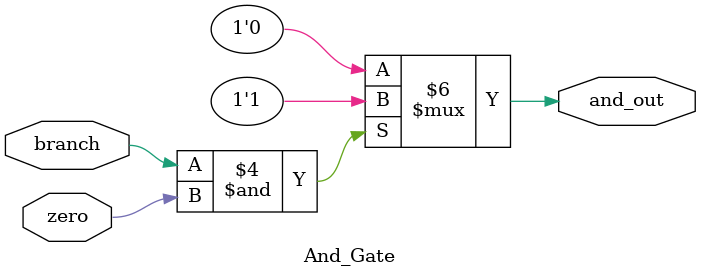
<source format=v>

/* andGate module: simple and gate with two inputs */
module And_Gate(branch, zero,
                and_out);

  /* declare inputs */
  input branch;
  input zero;

  /* declare outputs */
  output reg and_out;

  always @(*) begin
    and_out = 0; // set and_out, which controls the branch mux, to 0

    if((branch == 1) & (zero == 1))
      and_out = 1; // set mux to choose branch address if branch and zero are 1
  end

endmodule

</source>
